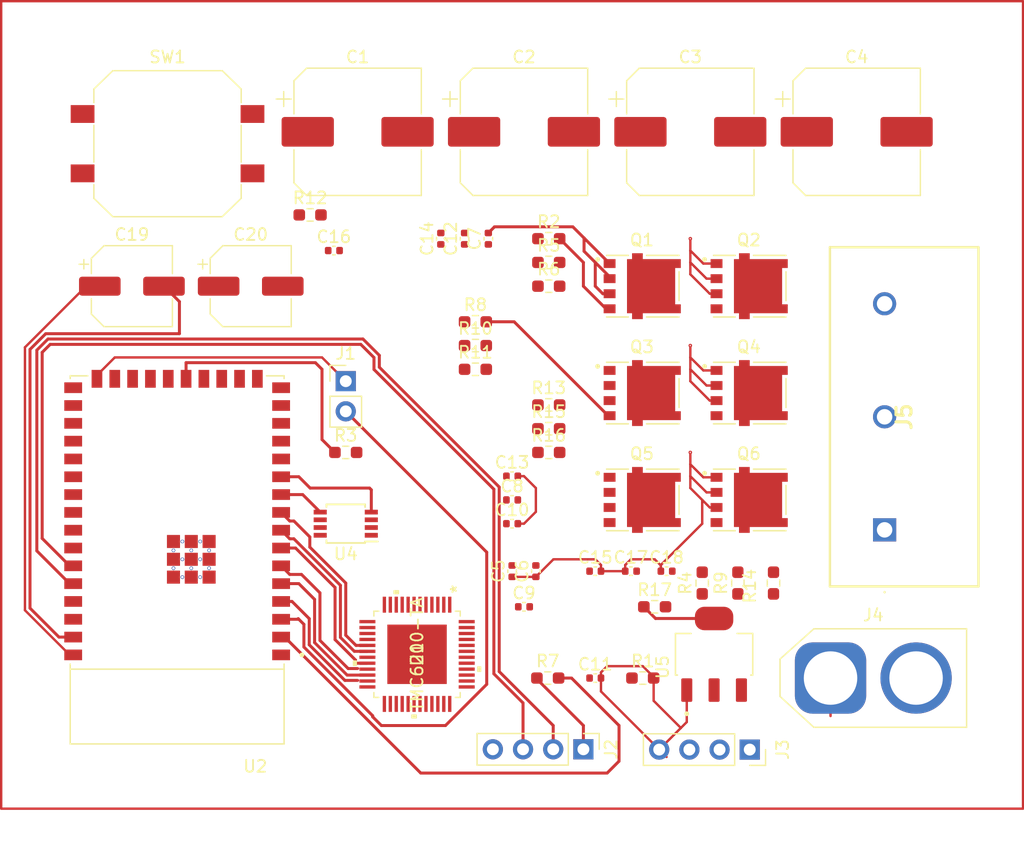
<source format=kicad_pcb>
(kicad_pcb (version 20211014) (generator pcbnew)
  (layers (0 "F.Cu" signal) (1 "In1.Cu" power "GND") (2 "In2.Cu" power "PWR") (31 "B.Cu" signal) (34 "B.Paste" user) (35 "F.Paste" user) (36 "B.SilkS" user "B.Silkscreen") (37 "F.SilkS" user "F.Silkscreen") (38 "B.Mask" user) (39 "F.Mask" user) (44 "Edge.Cuts" user))
  (net 0 "")
  (net 1 "WSENSE")
  (net 2 "Net-(R14-Pad2)")
  (net 3 "EN")
  (net 4 "Net-(U4-Pad6)")
  (net 5 "LSW")
  (net 6 "Net-(Q6-Pad4)")
  (net 7 "VMO+")
  (net 8 "VMO-")
  (net 9 "HSU")
  (net 10 "Net-(Q1-Pad4)")
  (net 11 "Net-(R3-Pad1)")
  (net 12 "U")
  (net 13 "Net-(R4-Pad2)")
  (net 14 "USENSE")
  (net 15 "LSU")
  (net 16 "Net-(Q2-Pad4)")
  (net 17 "Net-(J2-Pad1)")
  (net 18 "HSV")
  (net 19 "Net-(Q3-Pad4)")
  (net 20 "Net-(Q3-Pad1)")
  (net 21 "Net-(R10-Pad2)")
  (net 22 "VSENSE")
  (net 23 "LSV")
  (net 24 "Net-(Q4-Pad4)")
  (net 25 "Net-(C16-Pad2)")
  (net 26 "HSW")
  (net 27 "Net-(Q5-Pad4)")
  (net 28 "Net-(Q5-Pad1)")
  (net 29 "Net-(J3-Pad3)")
  (net 30 "IO8")
  (net 31 "IO7")
  (net 32 "5VOUT")
  (net 33 "Net-(J3-Pad2)")
  (net 34 "RXD0")
  (net 35 "TXD0")
  (net 36 "IO0")
  (net 37 "CU")
  (net 38 "Net-(C8-Pad1)")
  (net 39 "Net-(C9-Pad1)")
  (net 40 "Net-(C9-Pad2)")
  (net 41 "CV")
  (net 42 "V")
  (net 43 "CW")
  (net 44 "W")
  (net 45 "12VOUT")
  (net 47 "CURU")
  (net 48 "CURV")
  (net 49 "CURW")
  (net 51 "IO1")
  (net 52 "IO2")
  (net 53 "IO3")
  (net 54 "IO4")
  (net 55 "IO5")
  (net 56 "IO6")
  (net 57 "FAULT")
  (footprint "Resistor_SMD:R_0603_1608Metric_Pad0.98x0.95mm_HandSolder" (layer "F.Cu") (at 116 115)
    (fp_text reference "R7")
    (fp_text value "10K")
  )
  (footprint "NTMFS5C628NLT1G:TRANS_NTMFS5C628NLT1G" (layer "F.Cu") (at 133 91)
    (fp_text reference "Q4")
    (fp_text value "NTMFS5C645NL")
  )
  (footprint "Resistor_SMD:R_0603_1608Metric_Pad0.98x0.95mm_HandSolder" (layer "F.Cu") (at 124 115)
    (fp_text reference "R1")
    (fp_text value "10K")
  )
  (footprint "Connector_PinHeader_2.54mm:PinHeader_1x02_P2.54mm_Vertical" (layer "F.Cu") (at 99 90)
    (fp_text reference "J1")
    (fp_text value "BOOT_OPTION")
  )
  (footprint "Capacitor_SMD:C_0402_1005Metric" (layer "F.Cu") (at 113 100)
    (fp_text reference "C8")
    (fp_text value "100nF 16V")
  )
  (footprint "Capacitor_SMD:CP_Elec_6.3x7.7" (layer "F.Cu") (at 91 82)
    (fp_text reference "C20")
    (fp_text value "10uF")
  )
  (footprint "Resistor_SMD:R_0603_1608Metric_Pad0.98x0.95mm_HandSolder" (layer "F.Cu") (at 109.9125 87)
    (fp_text reference "R10")
    (fp_text value "10")
  )
  (footprint "Capacitor_SMD:C_0402_1005Metric" (layer "F.Cu") (at 113 102)
    (fp_text reference "C10")
    (fp_text value "100nF")
  )
  (footprint "Resistor_SMD:R_0603_1608Metric_Pad0.98x0.95mm_HandSolder" (layer "F.Cu") (at 116.0875 78)
    (fp_text reference "R2")
    (fp_text value "2")
  )
  (footprint "Resistor_SMD:R_0603_1608Metric_Pad0.98x0.95mm_HandSolder" (layer "F.Cu") (at 116.0875 92)
    (fp_text reference "R13")
    (fp_text value "2")
  )
  (footprint "Capacitor_SMD:C_0402_1005Metric" (layer "F.Cu") (at 120 106)
    (fp_text reference "C15")
    (fp_text value "100nF")
  )
  (footprint "Connector_PinHeader_2.54mm:PinHeader_1x04_P2.54mm_Vertical" (layer "F.Cu") (at 119 121 -90)
    (fp_text reference "J2")
    (fp_text value "UART")
  )
  (footprint "NTMFS5C628NLT1G:TRANS_NTMFS5C628NLT1G" (layer "F.Cu") (at 124 100)
    (fp_text reference "Q5")
    (fp_text value "NTMFS5C645NL")
  )
  (footprint "Capacitor_SMD:C_0402_1005Metric" (layer "F.Cu") (at 109 78 90)
    (fp_text reference "C12")
    (fp_text value "470nF")
  )
  (footprint "LDL1117S30R:SOT230P700X180-4N" (layer "F.Cu") (at 130 113 90)
    (fp_text reference "U5")
    (fp_text value "LDL1117S33R")
  )
  (footprint "1714984:1714984" (layer "F.Cu") (at 144.35 102.52 90)
    (fp_text reference "J5")
    (fp_text value "1714984" hide)
  )
  (footprint "Resistor_SMD:R_0603_1608Metric_Pad0.98x0.95mm_HandSolder" (layer "F.Cu") (at 116.0875 82)
    (fp_text reference "R6")
    (fp_text value "2")
  )
  (footprint "Capacitor_SMD:CP_Elec_6.3x7.7" (layer "F.Cu") (at 81 82)
    (fp_text reference "C19")
    (fp_text value "47uF")
  )
  (footprint "Package_SO:TSSOP-8_3x3mm_P0.65mm" (layer "F.Cu") (at 99 102 180)
    (fp_text reference "U4")
    (fp_text value "TXB0102")
  )
  (footprint "Connector_PinSocket_2.54mm:PinSocket_1x04_P2.54mm_Vertical" (layer "F.Cu") (at 133 121.025 -90)
    (fp_text reference "J3")
    (fp_text value "ENCODER")
  )
  (footprint "Resistor_SMD:R_0603_1608Metric_Pad0.98x0.95mm_HandSolder" (layer "F.Cu") (at 96 76)
    (fp_text reference "R12")
    (fp_text value "10K")
  )
  (footprint "Capacitor_SMD:C_0402_1005Metric" (layer "F.Cu") (at 113 98)
    (fp_text reference "C13")
    (fp_text value "100nF")
  )
  (footprint "Capacitor_SMD:C_0402_1005Metric" (layer "F.Cu") (at 126 106)
    (fp_text reference "C18")
    (fp_text value "2.2uF")
  )
  (footprint "Capacitor_SMD:CP_Elec_10x10.5" (layer "F.Cu") (at 100 69)
    (fp_text reference "C1")
    (fp_text value "47uF")
  )
  (footprint "Resistor_SMD:R_0603_1608Metric_Pad0.98x0.95mm_HandSolder" (layer "F.Cu") (at 129 107 90)
    (fp_text reference "R4")
    (fp_text value "0.001")
  )
  (footprint "Capacitor_SMD:C_0402_1005Metric" (layer "F.Cu") (at 115 106 90)
    (fp_text reference "C6")
    (fp_text value "22uF")
  )
  (footprint "Button_Switch_SMD:SW_Push_1P1T_NO_CK_PTS125Sx43PSMTR" (layer "F.Cu") (at 84 70)
    (fp_text reference "SW1")
    (fp_text value "SW1")
  )
  (footprint "Capacitor_SMD:CP_Elec_10x10.5" (layer "F.Cu") (at 142 69)
    (fp_text reference "C4")
    (fp_text value "2200uF")
  )
  (footprint "ESP32-S2-WROOM:XCVR_ESP32-S2-WROOM" (layer "F.Cu") (at 84.81 105.05 180)
    (fp_text reference "U2")
    (fp_text value "ESP32-S2-WROOM")
  )
  (footprint "Capacitor_SMD:C_0402_1005Metric" (layer "F.Cu") (at 123 106)
    (fp_text reference "C17")
    (fp_text value "4.7uF")
  )
  (footprint "Capacitor_SMD:C_0402_1005Metric" (layer "F.Cu") (at 111 78 90)
    (fp_text reference "C7")
    (fp_text value "470nF")
  )
  (footprint "Resistor_SMD:R_0603_1608Metric_Pad0.98x0.95mm_HandSolder" (layer "F.Cu") (at 109.9125 85)
    (fp_text reference "R8")
    (fp_text value "2")
  )
  (footprint "Capacitor_SMD:C_0402_1005Metric" (layer "F.Cu") (at 113 106 90)
    (fp_text reference "C5")
    (fp_text value "0.1uF")
  )
  (footprint "Resistor_SMD:R_0603_1608Metric_Pad0.98x0.95mm_HandSolder" (layer "F.Cu") (at 135 107 90)
    (fp_text reference "R14")
    (fp_text value "0.001")
  )
  (footprint "Capacitor_SMD:CP_Elec_10x10.5" (layer "F.Cu") (at 114 69)
    (fp_text reference "C2")
    (fp_text value "220uF")
  )
  (footprint "Resistor_SMD:R_0603_1608Metric_Pad0.98x0.95mm_HandSolder" (layer "F.Cu") (at 116.0875 80)
    (fp_text reference "R5")
    (fp_text value "10")
  )
  (footprint "Resistor_SMD:R_0603_1608Metric_Pad0.98x0.95mm_HandSolder" (layer "F.Cu") (at 99 96)
    (fp_text reference "R3")
    (fp_text value "10K")
  )
  (footprint "NTMFS5C628NLT1G:TRANS_NTMFS5C628NLT1G" (layer "F.Cu") (at 133 82)
    (fp_text reference "Q2")
    (fp_text value "NTMFS5C645NL")
  )
  (footprint "NTMFS5C628NLT1G:TRANS_NTMFS5C628NLT1G" (layer "F.Cu") (at 124 91)
    (fp_text reference "Q3")
    (fp_text value "NTMFS5C645NL")
  )
  (footprint "Resistor_SMD:R_0603_1608Metric_Pad0.98x0.95mm_HandSolder" (layer "F.Cu") (at 116.0875 94)
    (fp_text reference "R15")
    (fp_text value "10")
  )
  (footprint "Connector_AMASS:AMASS_XT60-F_1x02_P7.20mm_Vertical" (layer "F.Cu") (at 139.8 115)
    (fp_text reference "J4")
    (fp_text value "BATT_INPUT")
  )
  (footprint "Capacitor_SMD:C_0402_1005Metric" (layer "F.Cu") (at 107 78 90)
    (fp_text reference "C14")
    (fp_text value "470nF")
  )
  (footprint "Capacitor_SMD:CP_Elec_10x10.5" (layer "F.Cu") (at 128 69)
    (fp_text reference "C3")
    (fp_text value "1500uF")
  )
  (footprint "Capacitor_SMD:C_0402_1005Metric" (layer "F.Cu") (at 98 79)
    (fp_text reference "C16")
    (fp_text value "0.1uF")
  )
  (footprint "Capacitor_SMD:C_0402_1005Metric" (layer "F.Cu") (at 120 115)
    (fp_text reference "C11")
    (fp_text value "1uF")
  )
  (footprint "Resistor_SMD:R_0603_1608Metric_Pad0.98x0.95mm_HandSolder" (layer "F.Cu") (at 109.9125 89)
    (fp_text reference "R11")
    (fp_text value "2")
  )
  (footprint "NTMFS5C628NLT1G:TRANS_NTMFS5C628NLT1G" (layer "F.Cu") (at 133 100)
    (fp_text reference "Q6")
    (fp_text value "NTMFS5C645NL")
  )
  (footprint "Resistor_SMD:R_0603_1608Metric_Pad0.98x0.95mm_HandSolder" (layer "F.Cu") (at 132 107 90)
    (fp_text reference "R9")
    (fp_text value "0.001")
  )
  (footprint "Resistor_SMD:R_0603_1608Metric_Pad0.98x0.95mm_HandSolder" (layer "F.Cu") (at 125 109)
    (fp_text reference "R17")
    (fp_text value "10K")
  )
  (footprint "Capacitor_SMD:C_0402_1005Metric" (layer "F.Cu") (at 114 109)
    (fp_text reference "C9")
    (fp_text value "22nF 100V")
  )
  (footprint "NTMFS5C628NLT1G:TRANS_NTMFS5C628NLT1G" (layer "F.Cu") (at 124 82)
    (fp_text reference "Q1")
    (fp_text value "NTMFS5C645NL")
  )
  (footprint "Resistor_SMD:R_0603_1608Metric_Pad0.98x0.95mm_HandSolder" (layer "F.Cu") (at 116.0875 96)
    (fp_text reference "R16")
    (fp_text value "2")
  )
  (footprint "footprints:TMC6200-TA" (layer "F.Cu") (at 105 113 -90)
    (fp_text reference "U1")
    (fp_text value "TMC6200-TA")
  )
  (gr_rect (start 70 126) (end 156 58) (layer "F.Cu") (width 0.2) (fill none))
  (segment (start 76.06 111.55) (end 74.86104 111.55) (width 0.25) (layer "F.Cu") (net 3))
  (segment (start 122 119) (end 118 115) (width 0.25) (layer "F.Cu") (net 3))
  (segment (start 85 83.3) (end 83.7 82) (width 0.25) (layer "F.Cu") (net 3))
  (segment (start 105.31 123) (end 121 123) (width 0.25) (layer "F.Cu") (net 3))
  (segment (start 73.75104 86) (end 85 86) (width 0.25) (layer "F.Cu") (net 3))
  (segment (start 118 115) (end 116.9125 115) (width 0.25) (layer "F.Cu") (net 3))
  (segment (start 93.86 111.55) (end 105.31 123) (width 0.25) (layer "F.Cu") (net 3))
  (segment (start 74.86104 111.55) (end 72.425 109.11396) (width 0.25) (layer "F.Cu") (net 3))
  (segment (start 72.425 87.32604) (end 73.75104 86) (width 0.25) (layer "F.Cu") (net 3))
  (segment (start 121 123) (end 122 122) (width 0.25) (layer "F.Cu") (net 3))
  (segment (start 85 86) (end 85 83.3) (width 0.25) (layer "F.Cu") (net 3))
  (segment (start 125.0725 109.985) (end 124.0875 109) (width 0.25) (layer "F.Cu") (net 3))
  (segment (start 72.425 109.11396) (end 72.425 87.32604) (width 0.25) (layer "F.Cu") (net 3))
  (segment (start 93.56 111.55) (end 93.86 111.55) (width 0.25) (layer "F.Cu") (net 3))
  (segment (start 130 109.985) (end 125.0725 109.985) (width 0.25) (layer "F.Cu") (net 3))
  (segment (start 122 122) (end 122 119) (width 0.25) (layer "F.Cu") (net 3))
  (segment (start 124.9125 115) (end 124.9125 116.9125) (width 0.2) (layer "F.Cu") (net 8))
  (segment (start 115 106.48) (end 116.48 105) (width 0.2) (layer "F.Cu") (net 8))
  (segment (start 128 98) (end 128 97) (width 0.2) (layer "F.Cu") (net 8))
  (segment (start 128 90) (end 128 89) (width 0.2) (layer "F.Cu") (net 8))
  (segment (start 139.8 115) (end 139.8 118.2) (width 0.2) (layer "F.Cu") (net 8))
  (segment (start 72 109.29) (end 72 87.15) (width 0.2) (layer "F.Cu") (net 8))
  (segment (start 77.15 82) (end 78.3 82) (width 0.2) (layer "F.Cu") (net 8))
  (segment (start 129.365 99.365) (end 128 98) (width 0.2) (layer "F.Cu") (net 8))
  (segment (start 120 105) (end 120.48 105.48) (width 0.2) (layer "F.Cu") (net 8))
  (segment (start 129.365 90.365) (end 128 89) (width 0.2) (layer "F.Cu") (net 8))
  (segment (start 129.635 82.635) (end 128 81) (width 0.2) (layer "F.Cu") (net 8))
  (segment (start 129 100) (end 128 99) (width 0.2) (layer "F.Cu") (net 8))
  (segment (start 128 89) (end 128 88) (width 0.2) (layer "F.Cu") (net 8))
  (segment (start 130.205 99.365) (end 129.365 99.365) (width 0.2) (layer "F.Cu") (net 8))
  (segment (start 120.48 105.48) (end 120.48 106) (width 0.2) (layer "F.Cu") (net 8))
  (segment (start 76.06 113.05) (end 75.76 113.05) (width 0.2) (layer "F.Cu") (net 8))
  (segment (start 78.06 89.5) (end 79.56 88) (width 0.2) (layer "F.Cu") (net 8))
  (segment (start 121 114) (end 120.48 114.52) (width 0.2) (layer "F.Cu") (net 8))
  (segment (start 127.2025 119.2025) (end 125.38 121.025) (width 0.2) (layer "F.Cu") (net 8))
  (segment (start 125.52 106) (end 125.52 105.48) (width 0.2) (layer "F.Cu") (net 8))
  (segment (start 120.48 114.52) (end 120.48 115) (width 0.2) (layer "F.Cu") (net 8))
  (segment (start 129.635 91.635) (end 128 90) (width 0.2) (layer "F.Cu") (net 8))
  (segment (start 128 80) (end 128 79) (width 0.2) (layer "F.Cu") (net 8))
  (segment (start 78.06 89.8) (end 78.06 89.5) (width 0.2) (layer "F.Cu") (net 8))
  (segment (start 125.52 105.52) (end 125.52 106) (width 0.2) (layer "F.Cu") (net 8))
  (segment (start 129.095 98.095) (end 128 97) (width 0.2) (layer "F.Cu") (net 8))
  (segment (start 122.52 105.48) (end 123 105) (width 0.2) (layer "F.Cu") (net 8))
  (segment (start 122.52 106) (end 122.52 105.48) (width 0.2) (layer "F.Cu") (net 8))
  (segment (start 127.7 116.015) (end 127.7 118.705) (width 0.2) (layer "F.Cu") (net 8))
  (segment (start 124.9125 114.9125) (end 124 114) (width 0.2) (layer "F.Cu") (net 8))
  (segment (start 130.205 100.635) (end 129.635 100.635) (width 0.2) (layer "F.Cu") (net 8))
  (segment (start 129.095 89.095) (end 128 88) (width 0.2) (layer "F.Cu") (net 8))
  (segment (start 120.48 116.125) (end 125.38 121.025) (width 0.2) (layer "F.Cu") (net 8))
  (segment (start 129.365 81.365) (end 128 80) (width 0.2) (layer "F.Cu") (net 8))
  (segment (start 116.48 105) (end 120 105) (width 0.2) (layer "F.Cu") (net 8))
  (segment (start 113.48 98) (end 114 98) (width 0.2) (layer "F.Cu") (net 8))
  (segment (start 115 101) (end 114 102) (width 0.2) (layer "F.Cu") (net 8))
  (segment (start 97 88) (end 99 90) (width 0.2) (layer "F.Cu") (net 8))
  (segment (start 125 105) (end 125.52 105.52) (width 0.2) (layer "F.Cu") (net 8))
  (segment (start 130.205 90.365) (end 129.365 90.365) (width 0.2) (layer "F.Cu") (net 8))
  (segment (start 123 105) (end 125 105) (width 0.2) (layer "F.Cu") (net 8))
  (segment (start 129.635 100.635) (end 129 100) (width 0.2) (layer "F.Cu") (net 8))
  (segment (start 120.48 106) (end 122.52 106) (width 0.2) (layer "F.Cu") (net 8))
  (segment (start 129 102) (end 129 100) (width 0.2) (layer "F.Cu") (net 8))
  (segment (start 130.205 89.095) (end 129.095 89.095) (width 0.2) (layer "F.Cu") (net 8))
  (segment (start 128 99) (end 128 98) (width 0.2) (layer "F.Cu") (net 8))
  (segment (start 130.205 81.365) (end 129.365 81.365) (width 0.2) (layer "F.Cu") (net 8))
  (segment (start 124.9125 116.9125) (end 127.2025 119.2025) (width 0.2) (layer "F.Cu") (net 8))
  (segment (start 114 102) (end 113.48 102) (width 0.2) (layer "F.Cu") (net 8))
  (segment (start 130.205 80.095) (end 129.095 80.095) (width 0.2) (layer "F.Cu") (net 8))
  (segment (start 128 97) (end 128 96) (width 0.2) (layer "F.Cu") (net 8))
  (segment (start 128 88) (end 128 87) (width 0.2) (layer "F.Cu") (net 8))
  (segment (start 128 79) (end 128 78) (width 0.2) (layer "F.Cu") (net 8))
  (segment (start 130.205 82.635) (end 129.635 82.635) (width 0.2) (layer "F.Cu") (net 8))
  (segment (start 130.205 91.635) (end 129.635 91.635) (width 0.2) (layer "F.Cu") (net 8))
  (segment (start 120.48 115) (end 120.48 116.125) (width 0.2) (layer "F.Cu") (net 8))
  (segment (start 130.205 98.095) (end 129.095 98.095) (width 0.2) (layer "F.Cu") (net 8))
  (segment (start 128 81) (end 128 80) (width 0.2) (layer "F.Cu") (net 8))
  (segment (start 127.7 118.705) (end 127.2025 119.2025) (width 0.2) (layer "F.Cu") (net 8))
  (segment (start 129 80) (end 128 79) (width 0.2) (layer "F.Cu") (net 8))
  (segment (start 126 121.645) (end 125.38 121.025) (width 0.2) (layer "F.Cu") (net 8))
  (segment (start 124 114) (end 121 114) (width 0.2) (layer "F.Cu") (net 8))
  (segment (start 115 99) (end 115 101) (width 0.2) (layer "F.Cu") (net 8))
  (segment (start 129.095 80.095) (end 129 80) (width 0.2) (layer "F.Cu") (net 8))
  (segment (start 125.52 105.48) (end 129 102) (width 0.2) (layer "F.Cu") (net 8))
  (segment (start 72 87.15) (end 77.15 82) (width 0.2) (layer "F.Cu") (net 8))
  (segment (start 79.56 88) (end 97 88) (width 0.2) (layer "F.Cu") (net 8))
  (segment (start 124.9125 115) (end 124.9125 114.9125) (width 0.2) (layer "F.Cu") (net 8))
  (segment (start 113 106.48) (end 115 106.48) (width 0.2) (layer "F.Cu") (net 8))
  (segment (start 75.76 113.05) (end 72 109.29) (width 0.2) (layer "F.Cu") (net 8))
  (segment (start 114 98) (end 115 99) (width 0.2) (layer "F.Cu") (net 8))
  (via micro (at 128 87) (size 0.3) (drill 0.1) (layers "F.Cu" "In1.Cu") (net 8))
  (via (at 125.38 121.025) (size 0.8) (drill 0.4) (layers "F.Cu" "B.Cu") (net 8))
  (via micro (at 128 78) (size 0.3) (drill 0.1) (layers "F.Cu" "In1.Cu") (net 8))
  (via micro (at 128 96) (size 0.3) (drill 0.1) (layers "F.Cu" "In1.Cu") (net 8))
  (segment (start 119 80) (end 119 82) (width 0.25) (layer "F.Cu") (net 10))
  (segment (start 120.905 83.905) (end 121.205 83.905) (width 0.25) (layer "F.Cu") (net 10))
  (segment (start 117 78) (end 119 80) (width 0.25) (layer "F.Cu") (net 10))
  (segment (start 119 82) (end 120.905 83.905) (width 0.25) (layer "F.Cu") (net 10))
  (segment (start 85.56 88.44) (end 96.44 88.44) (width 0.25) (layer "F.Cu") (net 11))
  (segment (start 97 89) (end 97 94.9125) (width 0.25) (layer "F.Cu") (net 11))
  (segment (start 96.44 88.44) (end 97 89) (width 0.25) (layer "F.Cu") (net 11))
  (segment (start 97 94.9125) (end 98.0875 96) (width 0.25) (layer "F.Cu") (net 11))
  (segment (start 85.56 89.8) (end 85.56 88.44) (width 0.25) (layer "F.Cu") (net 11))
  (segment (start 120 80) (end 119.055 79.055) (width 0.25) (layer "F.Cu") (net 12))
  (segment (start 119.055 77.945) (end 121.205 80.095) (width 0.25) (layer "F.Cu") (net 12))
  (segment (start 111.52 77) (end 118.11 77) (width 0.25) (layer "F.Cu") (net 12))
  (segment (start 120.635 82.635) (end 120 82) (width 0.25) (layer "F.Cu") (net 12))
  (segment (start 121.205 81.365) (end 121.205 81.205) (width 0.25) (layer "F.Cu") (net 12))
  (segment (start 111 77.52) (end 111.52 77) (width 0.25) (layer "F.Cu") (net 12))
  (segment (start 119.055 79.055) (end 119.055 77.945) (width 0.25) (layer "F.Cu") (net 12))
  (segment (start 118.11 77) (end 119.055 77.945) (width 0.25) (layer "F.Cu") (net 12))
  (segment (start 121.205 81.205) (end 120 80) (width 0.25) (layer "F.Cu") (net 12))
  (segment (start 120 82) (end 120 80) (width 0.25) (layer "F.Cu") (net 12))
  (segment (start 121.205 82.635) (end 120.635 82.635) (width 0.25) (layer "F.Cu") (net 12))
  (segment (start 119 119) (end 119 121) (width 0.25) (layer "F.Cu") (net 17))
  (segment (start 115.0875 115) (end 115.0875 115.0875) (width 0.25) (layer "F.Cu") (net 17))
  (segment (start 115.0875 115.0875) (end 119 119) (width 0.25) (layer "F.Cu") (net 17))
  (segment (start 121.08 92.905) (end 121.205 92.905) (width 0.25) (layer "F.Cu") (net 19))
  (segment (start 110.825 85) (end 113.175 85) (width 0.25) (layer "F.Cu") (net 19))
  (segment (start 113.175 85) (end 121.08 92.905) (width 0.25) (layer "F.Cu") (net 19))
  (segment (start 93.56 98.05) (end 95.05 98.05) (width 0.25) (layer "F.Cu") (net 30))
  (segment (start 101 99) (end 101.15 99.15) (width 0.25) (layer "F.Cu") (net 30))
  (segment (start 96 99) (end 101 99) (width 0.25) (layer "F.Cu") (net 30))
  (segment (start 95.05 98.05) (end 96 99) (width 0.25) (layer "F.Cu") (net 30))
  (segment (start 101.15 99.15) (end 101.15 101.025) (width 0.25) (layer "F.Cu") (net 30))
  (segment (start 93.56 99.55) (end 95.375 99.55) (width 0.25) (layer "F.Cu") (net 31))
  (segment (start 95.375 99.55) (end 96.85 101.025) (width 0.25) (layer "F.Cu") (net 31))
  (segment (start 75.76 107.05) (end 73 104.29) (width 0.25) (layer "F.Cu") (net 34))
  (segment (start 73 104.29) (end 73 87.387436) (width 0.25) (layer "F.Cu") (net 34))
  (segment (start 101.825 88.825) (end 111.915 98.915) (width 0.25) (layer "F.Cu") (net 34))
  (segment (start 73.937436 86.45) (end 100.45 86.45) (width 0.25) (layer "F.Cu") (net 34))
  (segment (start 100.45 86.45) (end 101.825 87.825) (width 0.25) (layer "F.Cu") (net 34))
  (segment (start 76.06 107.05) (end 75.76 107.05) (width 0.25) (layer "F.Cu") (net 34))
  (segment (start 101.825 87.825) (end 101.825 88.825) (width 0.25) (layer "F.Cu") (net 34))
  (segment (start 73 87.387436) (end 73.937436 86.45) (width 0.25) (layer "F.Cu") (net 34))
  (segment (start 111.915 98.915) (end 111.915 114.455) (width 0.25) (layer "F.Cu") (net 34))
  (segment (start 116.46 121) (end 116.46 119) (width 0.25) (layer "F.Cu") (net 34))
  (segment (start 111.915 114.455) (end 116.46 119) (width 0.25) (layer "F.Cu") (net 34))
  (segment (start 74.123832 86.9) (end 73.45 87.573832) (width 0.25) (layer "F.Cu") (net 35))
  (segment (start 113.92 121) (end 113.92 117.096396) (width 0.25) (layer "F.Cu") (net 35))
  (segment (start 101.375 88.011396) (end 100.263604 86.9) (width 0.25) (layer "F.Cu") (net 35))
  (segment (start 101.375 89.011396) (end 101.375 88.011396) (width 0.25) (layer "F.Cu") (net 35))
  (segment (start 111.465 114.641396) (end 111.465 99.101396) (width 0.25) (layer "F.Cu") (net 35))
  (segment (start 73.45 87.573832) (end 73.45 103.24) (width 0.25) (layer "F.Cu") (net 35))
  (segment (start 75.76 105.55) (end 76.06 105.55) (width 0.25) (layer "F.Cu") (net 35))
  (segment (start 100.263604 86.9) (end 74.123832 86.9) (width 0.25) (layer "F.Cu") (net 35))
  (segment (start 73.45 103.24) (end 75.76 105.55) (width 0.25) (layer "F.Cu") (net 35))
  (segment (start 113.92 117.096396) (end 111.465 114.641396) (width 0.25) (layer "F.Cu") (net 35))
  (segment (start 111.465 99.101396) (end 101.375 89.011396) (width 0.25) (layer "F.Cu") (net 35))
  (segment (start 95 110) (end 95.477208 110.477208) (width 0.25) (layer "F.Cu") (net 36))
  (segment (start 95.477208 112.386396) (end 101.267212 118.1764) (width 0.25) (layer "F.Cu") (net 36))
  (segment (start 94.95 110.05) (end 95 110) (width 0.25) (layer "F.Cu") (net 36))
  (segment (start 101.267212 118.1764) (end 101.267212 118.267212) (width 0.25) (layer "F.Cu") (net 36))
  (segment (start 110.863604 115.527496) (end 110.863604 104.403604) (width 0.25) (layer "F.Cu") (net 36))
  (segment (start 95.477208 110.477208) (end 95.477208 112.386396) (width 0.25) (layer "F.Cu") (net 36))
  (segment (start 102 119) (end 107.3911 119) (width 0.25) (layer "F.Cu") (net 36))
  (segment (start 110.863604 104.403604) (end 99 92.54) (width 0.25) (layer "F.Cu") (net 36))
  (segment (start 101.267212 118.267212) (end 102 119) (width 0.25) (layer "F.Cu") (net 36))
  (segment (start 107.3911 119) (end 110.863604 115.527496) (width 0.25) (layer "F.Cu") (net 36))
  (segment (start 93.56 110.05) (end 94.95 110.05) (width 0.25) (layer "F.Cu") (net 36))
  (segment (start 93.56 108.55) (end 94.477208 108.55) (width 0.25) (layer "F.Cu") (net 51))
  (segment (start 98.927207 115.199999) (end 100 115.199999) (width 0.25) (layer "F.Cu") (net 51))
  (segment (start 95.927208 112.2) (end 98.927207 115.199999) (width 0.25) (layer "F.Cu") (net 51))
  (segment (start 94.477208 108.55) (end 95.927208 110) (width 0.25) (layer "F.Cu") (net 51))
  (segment (start 95.927208 110) (end 95.927208 112.2) (width 0.25) (layer "F.Cu") (net 51))
  (segment (start 96.377208 108.377208) (end 96.377208 112.013604) (width 0.25) (layer "F.Cu") (net 52))
  (segment (start 96.377208 112.013604) (end 99.113603 114.749999) (width 0.25) (layer "F.Cu") (net 52))
  (segment (start 95.05 107.05) (end 96.377208 108.377208) (width 0.25) (layer "F.Cu") (net 52))
  (segment (start 99.113603 114.749999) (end 100.8217 114.749999) (width 0.25) (layer "F.Cu") (net 52))
  (segment (start 93.56 107.05) (end 95.05 107.05) (width 0.25) (layer "F.Cu") (net 52))
  (segment (start 96.827208 107.827208) (end 96.827208 111.827208) (width 0.25) (layer "F.Cu") (net 53))
  (segment (start 94.285 106.275) (end 95.275 106.275) (width 0.25) (layer "F.Cu") (net 53))
  (segment (start 95.275 106.275) (end 96.827208 107.827208) (width 0.25) (layer "F.Cu") (net 53))
  (segment (start 99.200001 114.200001) (end 100 114.200001) (width 0.25) (layer "F.Cu") (net 53))
  (segment (start 96.827208 111.827208) (end 99.200001 114.200001) (width 0.25) (layer "F.Cu") (net 53))
  (segment (start 93.56 105.55) (end 94.285 106.275) (width 0.25) (layer "F.Cu") (net 53))
  (segment (start 98.1 111.763892) (end 99.8236 113.487492) (width 0.25) (layer "F.Cu") (net 54))
  (segment (start 99.8236 113.7147) (end 99.858901 113.750001) (width 0.25) (layer "F.Cu") (net 54))
  (segment (start 94.773604 104.05) (end 98.1 107.376396) (width 0.25) (layer "F.Cu") (net 54))
  (segment (start 99.8236 113.487492) (end 99.8236 113.7147) (width 0.25) (layer "F.Cu") (net 54))
  (segment (start 93.56 104.05) (end 94.773604 104.05) (width 0.25) (layer "F.Cu") (net 54))
  (segment (start 99.858901 113.750001) (end 100.8217 113.750001) (width 0.25) (layer "F.Cu") (net 54))
  (segment (start 98.1 107.376396) (end 98.1 111.763892) (width 0.25) (layer "F.Cu") (net 54))
  (segment (start 98.55 111.577496) (end 99.722504 112.75) (width 0.25) (layer "F.Cu") (net 55))
  (segment (start 94.285 103.275) (end 94.635 103.275) (width 0.25) (layer "F.Cu") (net 55))
  (segment (start 93.56 102.55) (end 94.285 103.275) (width 0.25) (layer "F.Cu") (net 55))
  (segment (start 98.55 107.19) (end 98.55 111.577496) (width 0.25) (layer "F.Cu") (net 55))
  (segment (start 99.722504 112.75) (end 100.8217 112.75) (width 0.25) (layer "F.Cu") (net 55))
  (segment (start 94.635 103.275) (end 98.55 107.19) (width 0.25) (layer "F.Cu") (net 55))
  (segment (start 99 111.3911) (end 99.858899 112.249999) (width 0.25) (layer "F.Cu") (net 56))
  (segment (start 94.285 101.775) (end 94.635 101.775) (width 0.25) (layer "F.Cu") (net 56))
  (segment (start 99 107) (end 99 111.3911) (width 0.25) (layer "F.Cu") (net 56))
  (segment (start 94.635 101.775) (end 95.975 103.115) (width 0.25) (layer "F.Cu") (net 56))
  (segment (start 93.56 101.05) (end 94.285 101.775) (width 0.25) (layer "F.Cu") (net 56))
  (segment (start 99.858899 112.249999) (end 100.8217 112.249999) (width 0.25) (layer "F.Cu") (net 56))
  (segment (start 95.975 103.115) (end 95.975 103.975) (width 0.25) (layer "F.Cu") (net 56))
  (segment (start 95.975 103.975) (end 99 107) (width 0.25) (layer "F.Cu") (net 56))
)
</source>
